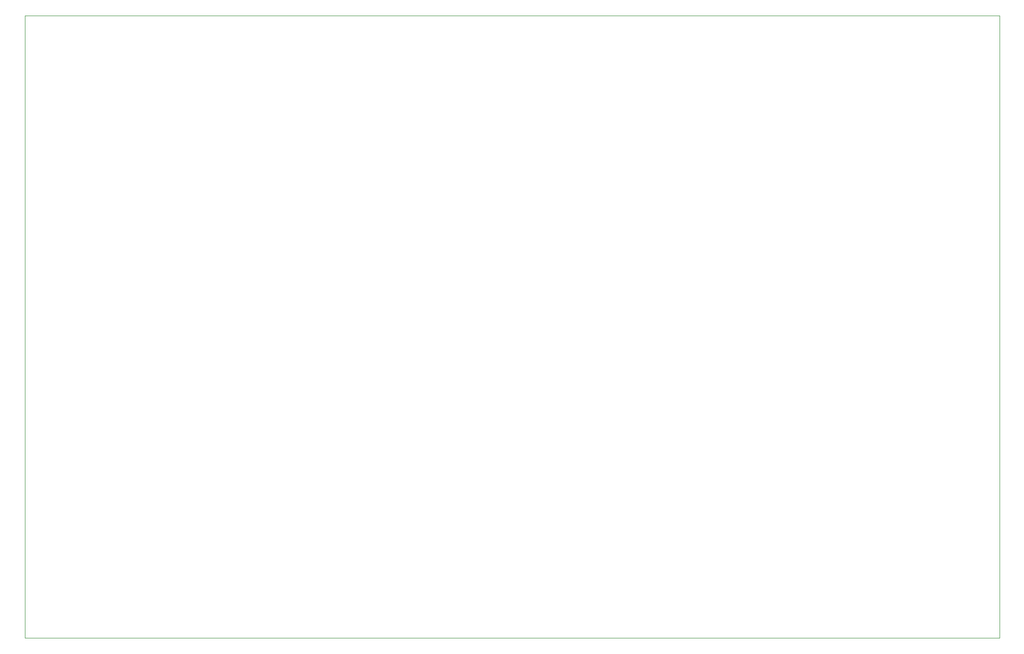
<source format=gbr>
%TF.GenerationSoftware,KiCad,Pcbnew,4.0.2+dfsg1-stable*%
%TF.CreationDate,2018-10-18T10:35:51+03:00*%
%TF.ProjectId,xmobile,786D6F62696C652E6B696361645F7063,rev?*%
%TF.FileFunction,Profile,NP*%
%FSLAX46Y46*%
G04 Gerber Fmt 4.6, Leading zero omitted, Abs format (unit mm)*
G04 Created by KiCad (PCBNEW 4.0.2+dfsg1-stable) date Чт 18 окт 2018 10:35:51*
%MOMM*%
G01*
G04 APERTURE LIST*
%ADD10C,0.150000*%
%ADD11C,0.100000*%
G04 APERTURE END LIST*
D10*
D11*
X184150000Y-121920000D02*
X15240000Y-121920000D01*
X184150000Y-13970000D02*
X184150000Y-121920000D01*
X182880000Y-13970000D02*
X184150000Y-13970000D01*
X15240000Y-13970000D02*
X182880000Y-13970000D01*
X15240000Y-121920000D02*
X15240000Y-13970000D01*
M02*

</source>
